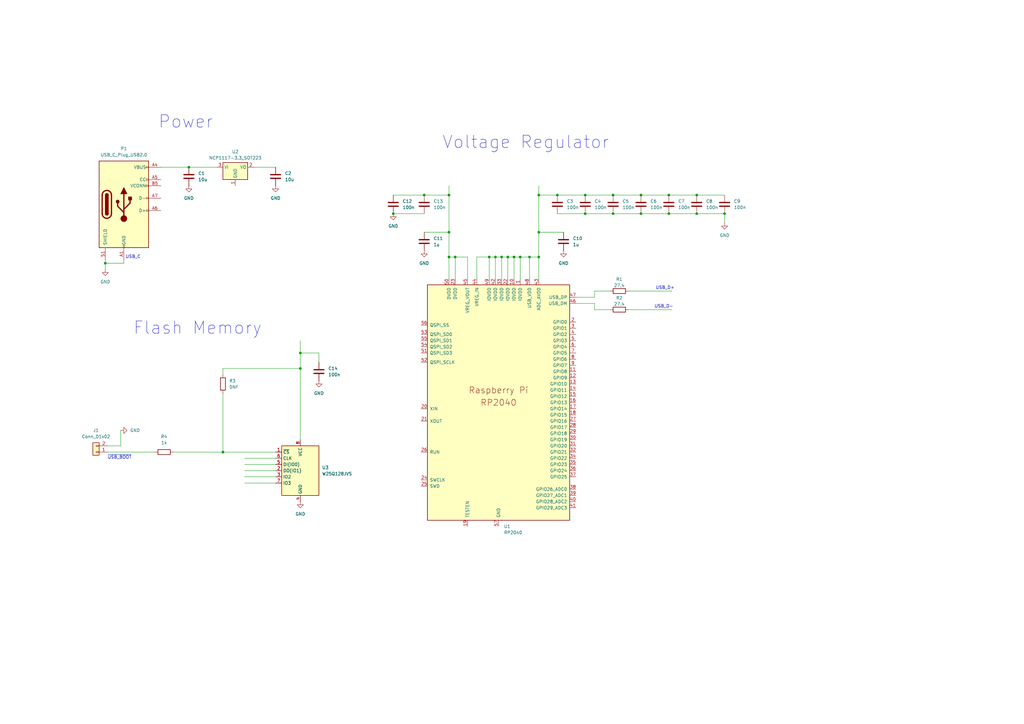
<source format=kicad_sch>
(kicad_sch (version 20231120) (generator "eeschema") (generator_version "8.0")
  (paper "A3")
  (lib_symbols
    (symbol "Connector:USB_C_Plug_USB2.0" (pin_names (offset 1.016))
      (property "Reference" "P" (at -10.16 19.05 0))
      (property "Value" "USB_C_Plug_USB2.0" (at 12.7 19.05 0))
      (symbol "USB_C_Plug_USB2.0_0_0"
        (rectangle (start -0.254 -17.78) (end 0.254 -16.764))
        (rectangle (start 10.16 -2.286) (end 9.144 -2.794))
        (rectangle (start 10.16 2.794) (end 9.144 2.286))
        (rectangle (start 10.16 7.874) (end 9.144 7.366))
        (rectangle (start 10.16 10.414) (end 9.144 9.906))
        (rectangle (start 10.16 15.494) (end 9.144 14.986))
      )
      (symbol "USB_C_Plug_USB2.0_0_1"
        (rectangle (start -10.16 17.78) (end 10.16 -17.78) (stroke (width 0.254)) (fill (type background)))
        (arc (start -8.89 -3.81) (mid -6.985 -5.7067) (end -5.08 -3.81) (stroke (width 0.508)))
        (arc (start -7.62 -3.81) (mid -6.985 -4.4423) (end -6.35 -3.81) (stroke (width 0.254)))
        (arc (start -7.62 -3.81) (mid -6.985 -4.4423) (end -6.35 -3.81) (stroke (width 0.254)) (fill (type outline)))
        (rectangle (start -7.62 -3.81) (end -6.35 3.81) (stroke (width 0.254)) (fill (type outline)))
        (arc (start -6.35 3.81) (mid -6.985 4.4423) (end -7.62 3.81) (stroke (width 0.254)))
        (arc (start -6.35 3.81) (mid -6.985 4.4423) (end -7.62 3.81) (stroke (width 0.254)) (fill (type outline)))
        (arc (start -5.08 3.81) (mid -6.985 5.7067) (end -8.89 3.81) (stroke (width 0.508)))
        (circle (center -2.54 1.143) (radius 0.635) (stroke (width 0.254)) (fill (type outline)))
        (circle (center 0 -5.842) (radius 1.27) (fill (type outline)))
        (polyline (pts (xy -8.89 -3.81) (xy -8.89 3.81)) (stroke (width 0.508)))
        (polyline (pts (xy -5.08 3.81) (xy -5.08 -3.81)) (stroke (width 0.508)))
        (polyline (pts (xy 0 -5.842) (xy 0 4.318)) (stroke (width 0.508)))
        (polyline (pts (xy 0 -3.302) (xy -2.54 -0.762) (xy -2.54 0.508)) (stroke (width 0.508)))
        (polyline (pts (xy 0 -2.032) (xy 2.54 0.508) (xy 2.54 1.778)) (stroke (width 0.508)))
        (polyline (pts (xy -1.27 4.318) (xy 0 6.858) (xy 1.27 4.318) (xy -1.27 4.318)) (stroke (width 0.254)) (fill (type outline)))
        (rectangle (start 1.905 1.778) (end 3.175 3.048) (stroke (width 0.254)) (fill (type outline)))
      )
      (symbol "USB_C_Plug_USB2.0_1_1"
        (pin passive line (at 0 -22.86 90) (length 5.08) (name "GND") (number "A1"))
        (pin passive line (at 0 -22.86 90) (length 5.08) hide (name "GND") (number "A12"))
        (pin passive line (at 15.24 15.24 180) (length 5.08) (name "VBUS") (number "A4"))
        (pin bidirectional line (at 15.24 10.16 180) (length 5.08) (name "CC") (number "A5"))
        (pin bidirectional line (at 15.24 -2.54 180) (length 5.08) (name "D+") (number "A6"))
        (pin bidirectional line (at 15.24 2.54 180) (length 5.08) (name "D-") (number "A7"))
        (pin passive line (at 15.24 15.24 180) (length 5.08) hide (name "VBUS") (number "A9"))
        (pin passive line (at 0 -22.86 90) (length 5.08) hide (name "GND") (number "B1"))
        (pin passive line (at 0 -22.86 90) (length 5.08) hide (name "GND") (number "B12"))
        (pin passive line (at 15.24 15.24 180) (length 5.08) hide (name "VBUS") (number "B4"))
        (pin bidirectional line (at 15.24 7.62 180) (length 5.08) (name "VCONN") (number "B5"))
        (pin passive line (at 15.24 15.24 180) (length 5.08) hide (name "VBUS") (number "B9"))
        (pin passive line (at -7.62 -22.86 90) (length 5.08) (name "SHIELD") (number "S1"))
      )
    )
    (symbol "Connector_Generic:Conn_01x02" (pin_names (offset 1.016) hide)
      (property "Reference" "J" (at 0 2.54 0))
      (property "Value" "Conn_01x02" (at 0 -5.08 0))
      (symbol "Conn_01x02_1_1"
        (rectangle (start -1.27 -2.413) (end 0 -2.667) (stroke (width 0.1524)))
        (rectangle (start -1.27 0.127) (end 0 -0.127) (stroke (width 0.1524)))
        (rectangle (start -1.27 1.27) (end 1.27 -3.81) (stroke (width 0.254)) (fill (type background)))
        (pin passive line (at -5.08 0 0) (length 3.81) (name "Pin_1") (number "1"))
        (pin passive line (at -5.08 -2.54 0) (length 3.81) (name "Pin_2") (number "2"))
      )
    )
    (symbol "Device:C" (pin_numbers hide) (pin_names (offset 0.254))
      (property "Reference" "C" (at 0.635 2.54 0))
      (property "Value" "C" (at 0.635 -2.54 0))
      (symbol "C_0_1"
        (polyline (pts (xy -2.032 -0.762) (xy 2.032 -0.762)) (stroke (width 0.508)))
        (polyline (pts (xy -2.032 0.762) (xy 2.032 0.762)) (stroke (width 0.508)))
      )
      (symbol "C_1_1"
        (pin passive line (at 0 3.81 270) (length 2.794) (name "~") (number "1"))
        (pin passive line (at 0 -3.81 90) (length 2.794) (name "~") (number "2"))
      )
    )
    (symbol "Device:Crystal_GND24" (pin_names (offset 1.016) hide)
      (property "Reference" "Y" (at 3.175 5.08 0))
      (property "Value" "Crystal_GND24" (at 3.175 3.175 0))
      (symbol "Crystal_GND24_0_1"
        (rectangle (start -1.143 2.54) (end 1.143 -2.54) (stroke (width 0.3048)))
        (polyline (pts (xy -2.54 0) (xy -2.032 0)))
        (polyline (pts (xy -2.032 -1.27) (xy -2.032 1.27)) (stroke (width 0.508)))
        (polyline (pts (xy 0 -3.81) (xy 0 -3.556)))
        (polyline (pts (xy 0 3.556) (xy 0 3.81)))
        (polyline (pts (xy 2.032 -1.27) (xy 2.032 1.27)) (stroke (width 0.508)))
        (polyline (pts (xy 2.032 0) (xy 2.54 0)))
        (polyline (pts (xy -2.54 -2.286) (xy -2.54 -3.556) (xy 2.54 -3.556) (xy 2.54 -2.286)))
        (polyline (pts (xy -2.54 2.286) (xy -2.54 3.556) (xy 2.54 3.556) (xy 2.54 2.286)))
      )
      (symbol "Crystal_GND24_1_1"
        (pin passive line (at -3.81 0 0) (length 1.27) (name "1") (number "1"))
        (pin passive line (at 0 5.08 270) (length 1.27) (name "2") (number "2"))
        (pin passive line (at 3.81 0 180) (length 1.27) (name "3") (number "3"))
        (pin passive line (at 0 -5.08 90) (length 1.27) (name "4") (number "4"))
      )
    )
    (symbol "Device:R" (pin_numbers hide) (pin_names (offset 0))
      (property "Reference" "R" (at 2.032 0 90))
      (property "Value" "R" (at 0 0 90))
      (symbol "R_0_1"
        (rectangle (start -1.016 -2.54) (end 1.016 2.54) (stroke (width 0.254)))
      )
      (symbol "R_1_1"
        (pin passive line (at 0 3.81 270) (length 1.27) (name "~") (number "1"))
        (pin passive line (at 0 -3.81 90) (length 1.27) (name "~") (number "2"))
      )
    )
    (symbol "MCU_RaspberryPi_RP2040:RP2040" (pin_names (offset 1.016))
      (property "Reference" "U" (at -29.21 49.53 0))
      (property "Value" "RP2040" (at 24.13 -49.53 0))
      (symbol "RP2040_0_0"
        (text "Raspberry Pi" (at 0 5.08 0) (effects (font (size 2.54 2.54))))
        (text "RP2040" (at 0 0 0) (effects (font (size 2.54 2.54))))
      )
      (symbol "RP2040_0_1"
        (rectangle (start 29.21 48.26) (end -29.21 -48.26) (stroke (width 0.254)) (fill (type background)))
      )
      (symbol "RP2040_1_1"
        (pin power_in line (at 8.89 50.8 270) (length 2.54) (name "IOVDD") (number "1"))
        (pin power_in line (at 6.35 50.8 270) (length 2.54) (name "IOVDD") (number "10"))
        (pin bidirectional line (at 31.75 12.7 180) (length 2.54) (name "GPIO8") (number "11"))
        (pin bidirectional line (at 31.75 10.16 180) (length 2.54) (name "GPIO9") (number "12"))
        (pin bidirectional line (at 31.75 7.62 180) (length 2.54) (name "GPIO10") (number "13"))
        (pin bidirectional line (at 31.75 5.08 180) (length 2.54) (name "GPIO11") (number "14"))
        (pin bidirectional line (at 31.75 2.54 180) (length 2.54) (name "GPIO12") (number "15"))
        (pin bidirectional line (at 31.75 0 180) (length 2.54) (name "GPIO13") (number "16"))
        (pin bidirectional line (at 31.75 -2.54 180) (length 2.54) (name "GPIO14") (number "17"))
        (pin bidirectional line (at 31.75 -5.08 180) (length 2.54) (name "GPIO15") (number "18"))
        (pin passive line (at -12.7 -50.8 90) (length 2.54) (name "TESTEN") (number "19"))
        (pin bidirectional line (at 31.75 33.02 180) (length 2.54) (name "GPIO0") (number "2"))
        (pin input line (at -31.75 -2.54 0) (length 2.54) (name "XIN") (number "20"))
        (pin passive line (at -31.75 -7.62 0) (length 2.54) (name "XOUT") (number "21"))
        (pin power_in line (at 3.81 50.8 270) (length 2.54) (name "IOVDD") (number "22"))
        (pin power_in line (at -17.78 50.8 270) (length 2.54) (name "DVDD") (number "23"))
        (pin output line (at -31.75 -31.75 0) (length 2.54) (name "SWCLK") (number "24"))
        (pin bidirectional line (at -31.75 -34.29 0) (length 2.54) (name "SWD") (number "25"))
        (pin input line (at -31.75 -20.32 0) (length 2.54) (name "RUN") (number "26"))
        (pin bidirectional line (at 31.75 -7.62 180) (length 2.54) (name "GPIO16") (number "27"))
        (pin bidirectional line (at 31.75 -10.16 180) (length 2.54) (name "GPIO17") (number "28"))
        (pin bidirectional line (at 31.75 -12.7 180) (length 2.54) (name "GPIO18") (number "29"))
        (pin bidirectional line (at 31.75 30.48 180) (length 2.54) (name "GPIO1") (number "3"))
        (pin bidirectional line (at 31.75 -15.24 180) (length 2.54) (name "GPIO19") (number "30"))
        (pin bidirectional line (at 31.75 -17.78 180) (length 2.54) (name "GPIO20") (number "31"))
        (pin bidirectional line (at 31.75 -20.32 180) (length 2.54) (name "GPIO21") (number "32"))
        (pin power_in line (at 1.27 50.8 270) (length 2.54) (name "IOVDD") (number "33"))
        (pin bidirectional line (at 31.75 -22.86 180) (length 2.54) (name "GPIO22") (number "34"))
        (pin bidirectional line (at 31.75 -25.4 180) (length 2.54) (name "GPIO23") (number "35"))
        (pin bidirectional line (at 31.75 -27.94 180) (length 2.54) (name "GPIO24") (number "36"))
        (pin bidirectional line (at 31.75 -30.48 180) (length 2.54) (name "GPIO25") (number "37"))
        (pin bidirectional line (at 31.75 -35.56 180) (length 2.54) (name "GPIO26_ADC0") (number "38"))
        (pin bidirectional line (at 31.75 -38.1 180) (length 2.54) (name "GPIO27_ADC1") (number "39"))
        (pin bidirectional line (at 31.75 27.94 180) (length 2.54) (name "GPIO2") (number "4"))
        (pin bidirectional line (at 31.75 -40.64 180) (length 2.54) (name "GPIO28_ADC2") (number "40"))
        (pin bidirectional line (at 31.75 -43.18 180) (length 2.54) (name "GPIO29_ADC3") (number "41"))
        (pin power_in line (at -1.27 50.8 270) (length 2.54) (name "IOVDD") (number "42"))
        (pin power_in line (at 16.51 50.8 270) (length 2.54) (name "ADC_AVDD") (number "43"))
        (pin power_in line (at -8.89 50.8 270) (length 2.54) (name "VREG_IN") (number "44"))
        (pin power_out line (at -12.7 50.8 270) (length 2.54) (name "VREG_VOUT") (number "45"))
        (pin bidirectional line (at 31.75 40.64 180) (length 2.54) (name "USB_DM") (number "46"))
        (pin bidirectional line (at 31.75 43.18 180) (length 2.54) (name "USB_DP") (number "47"))
        (pin power_in line (at 12.7 50.8 270) (length 2.54) (name "USB_VDD") (number "48"))
        (pin power_in line (at -3.81 50.8 270) (length 2.54) (name "IOVDD") (number "49"))
        (pin bidirectional line (at 31.75 25.4 180) (length 2.54) (name "GPIO3") (number "5"))
        (pin power_in line (at -20.32 50.8 270) (length 2.54) (name "DVDD") (number "50"))
        (pin bidirectional line (at -31.75 20.32 0) (length 2.54) (name "QSPI_SD3") (number "51"))
        (pin output line (at -31.75 16.51 0) (length 2.54) (name "QSPI_SCLK") (number "52"))
        (pin bidirectional line (at -31.75 27.94 0) (length 2.54) (name "QSPI_SD0") (number "53"))
        (pin bidirectional line (at -31.75 22.86 0) (length 2.54) (name "QSPI_SD2") (number "54"))
        (pin bidirectional line (at -31.75 25.4 0) (length 2.54) (name "QSPI_SD1") (number "55"))
        (pin bidirectional line (at -31.75 31.75 0) (length 2.54) (name "QSPI_SS") (number "56"))
        (pin power_in line (at 0 -50.8 90) (length 2.54) (name "GND") (number "57"))
        (pin bidirectional line (at 31.75 22.86 180) (length 2.54) (name "GPIO4") (number "6"))
        (pin bidirectional line (at 31.75 20.32 180) (length 2.54) (name "GPIO5") (number "7"))
        (pin bidirectional line (at 31.75 17.78 180) (length 2.54) (name "GPIO6") (number "8"))
        (pin bidirectional line (at 31.75 15.24 180) (length 2.54) (name "GPIO7") (number "9"))
      )
    )
    (symbol "Memory_Flash:W25Q128JVS"
      (property "Reference" "U" (at -8.89 8.89 0))
      (property "Value" "W25Q128JVS" (at 7.62 8.89 0))
      (symbol "W25Q128JVS_0_1"
        (rectangle (start -7.62 10.16) (end 7.62 -10.16) (stroke (width 0.254)) (fill (type background)))
      )
      (symbol "W25Q128JVS_1_1"
        (pin input line (at -10.16 7.62 0) (length 2.54) (name "~{CS}") (number "1"))
        (pin bidirectional line (at -10.16 0 0) (length 2.54) (name "DO(IO1)") (number "2"))
        (pin bidirectional line (at -10.16 -2.54 0) (length 2.54) (name "IO2") (number "3"))
        (pin power_in line (at 0 -12.7 90) (length 2.54) (name "GND") (number "4"))
        (pin bidirectional line (at -10.16 2.54 0) (length 2.54) (name "DI(IO0)") (number "5"))
        (pin input line (at -10.16 5.08 0) (length 2.54) (name "CLK") (number "6"))
        (pin bidirectional line (at -10.16 -5.08 0) (length 2.54) (name "IO3") (number "7"))
        (pin power_in line (at 0 12.7 270) (length 2.54) (name "VCC") (number "8"))
      )
    )
    (symbol "Regulator_Linear:NCP1117-3.3_SOT223"
      (property "Reference" "U" (at -3.81 3.175 0))
      (property "Value" "NCP1117-3.3_SOT223" (at 0 3.175 0))
      (symbol "NCP1117-3.3_SOT223_0_1"
        (rectangle (start -5.08 -5.08) (end 5.08 1.905) (stroke (width 0.254)) (fill (type background)))
      )
      (symbol "NCP1117-3.3_SOT223_1_1"
        (pin power_in line (at 0 -7.62 90) (length 2.54) (name "GND") (number "1"))
        (pin power_out line (at 7.62 0 180) (length 2.54) (name "VO") (number "2"))
        (pin power_in line (at -7.62 0 0) (length 2.54) (name "VI") (number "3"))
      )
    )
    (symbol "power:GND" (power) (pin_numbers hide) (pin_names (offset 0) hide)
      (property "Value" "GND" (at 0 -3.81 0))
      (symbol "GND_0_1"
        (polyline (pts (xy 0 0) (xy 0 -1.27) (xy 1.27 -1.27) (xy 0 -2.54) (xy -1.27 -1.27) (xy 0 -1.27)))
      )
      (symbol "GND_1_1"
        (pin power_in line (at 0 0 270) (length 0) (name "~") (number "1"))
      )
    )
  )
  (junction (at 213.36 105.41))
  (junction (at 186.69 105.41))
  (junction (at 262.89 87.63))
  (junction (at 240.03 87.63))
  (junction (at 217.17 105.41))
  (junction (at 274.32 80.01))
  (junction (at 173.99 80.01))
  (junction (at 220.98 80.01))
  (junction (at 285.75 80.01))
  (junction (at 453.39 139.7))
  (junction (at 453.39 124.46))
  (junction (at 251.46 87.63))
  (junction (at 184.15 105.41))
  (junction (at 210.82 105.41))
  (junction (at 228.6 80.01))
  (junction (at 297.18 87.63))
  (junction (at 220.98 105.41))
  (junction (at 262.89 80.01))
  (junction (at 205.74 105.41))
  (junction (at 184.15 95.25))
  (junction (at 77.47 68.58))
  (junction (at 220.98 95.25))
  (junction (at 251.46 80.01))
  (junction (at 429.26 139.7))
  (junction (at 285.75 87.63))
  (junction (at 123.19 151.13))
  (junction (at 200.66 105.41))
  (junction (at 91.44 185.42))
  (junction (at 240.03 80.01))
  (junction (at 184.15 80.01))
  (junction (at 43.18 107.95))
  (junction (at 274.32 87.63))
  (junction (at 161.29 87.63))
  (junction (at 123.19 144.78))
  (junction (at 203.2 105.41))
  (junction (at 208.28 105.41))
  (wire (pts (xy 461.01 130.81) (xy 461.01 132.08)))
  (wire (pts (xy 262.89 80.01) (xy 274.32 80.01)))
  (wire (pts (xy 236.22 121.92) (xy 243.84 121.92)))
  (wire (pts (xy 123.19 151.13) (xy 123.19 144.78)))
  (wire (pts (xy 184.15 80.01) (xy 184.15 95.25)))
  (wire (pts (xy 50.8 106.68) (xy 50.8 107.95)))
  (wire (pts (xy 228.6 87.63) (xy 240.03 87.63)))
  (wire (pts (xy 123.19 151.13) (xy 123.19 180.34)))
  (wire (pts (xy 104.14 68.58) (xy 113.03 68.58)))
  (wire (pts (xy 217.17 105.41) (xy 220.98 105.41)))
  (wire (pts (xy 453.39 139.7) (xy 467.36 139.7)))
  (wire (pts (xy 220.98 95.25) (xy 231.14 95.25)))
  (wire (pts (xy 285.75 87.63) (xy 297.18 87.63)))
  (wire (pts (xy 91.44 151.13) (xy 123.19 151.13)))
  (wire (pts (xy 453.39 127) (xy 453.39 124.46)))
  (wire (pts (xy 236.22 124.46) (xy 243.84 124.46)))
  (wire (pts (xy 49.53 182.88) (xy 49.53 176.53)))
  (wire (pts (xy 453.39 124.46) (xy 480.06 124.46)))
  (wire (pts (xy 203.2 105.41) (xy 205.74 105.41)))
  (wire (pts (xy 200.66 105.41) (xy 203.2 105.41)))
  (wire (pts (xy 100.33 190.5) (xy 113.03 190.5)))
  (wire (pts (xy 200.66 105.41) (xy 200.66 114.3)))
  (wire (pts (xy 205.74 105.41) (xy 208.28 105.41)))
  (wire (pts (xy 220.98 95.25) (xy 220.98 105.41)))
  (wire (pts (xy 44.45 185.42) (xy 63.5 185.42)))
  (wire (pts (xy 448.31 130.81) (xy 445.77 130.81)))
  (wire (pts (xy 161.29 87.63) (xy 173.99 87.63)))
  (wire (pts (xy 100.33 187.96) (xy 113.03 187.96)))
  (wire (pts (xy 220.98 80.01) (xy 220.98 95.25)))
  (wire (pts (xy 210.82 105.41) (xy 210.82 114.3)))
  (wire (pts (xy 195.58 105.41) (xy 200.66 105.41)))
  (wire (pts (xy 191.77 114.3) (xy 191.77 105.41)))
  (wire (pts (xy 91.44 161.29) (xy 91.44 185.42)))
  (wire (pts (xy 208.28 105.41) (xy 208.28 114.3)))
  (wire (pts (xy 100.33 193.04) (xy 113.03 193.04)))
  (wire (pts (xy 208.28 105.41) (xy 210.82 105.41)))
  (wire (pts (xy 431.8 124.46) (xy 429.26 124.46)))
  (wire (pts (xy 66.04 68.58) (xy 77.47 68.58)))
  (wire (pts (xy 251.46 80.01) (xy 262.89 80.01)))
  (wire (pts (xy 220.98 105.41) (xy 220.98 114.3)))
  (wire (pts (xy 173.99 95.25) (xy 184.15 95.25)))
  (wire (pts (xy 285.75 80.01) (xy 297.18 80.01)))
  (wire (pts (xy 429.26 124.46) (xy 429.26 139.7)))
  (wire (pts (xy 274.32 87.63) (xy 285.75 87.63)))
  (wire (pts (xy 184.15 95.25) (xy 184.15 105.41)))
  (wire (pts (xy 243.84 121.92) (xy 243.84 119.38)))
  (wire (pts (xy 243.84 124.46) (xy 243.84 127)))
  (wire (pts (xy 458.47 130.81) (xy 461.01 130.81)))
  (wire (pts (xy 100.33 195.58) (xy 113.03 195.58)))
  (wire (pts (xy 123.19 144.78) (xy 130.81 144.78)))
  (wire (pts (xy 474.98 139.7) (xy 480.06 139.7)))
  (wire (pts (xy 205.74 105.41) (xy 205.74 114.3)))
  (wire (pts (xy 91.44 153.67) (xy 91.44 151.13)))
  (wire (pts (xy 43.18 106.68) (xy 43.18 107.95)))
  (wire (pts (xy 195.58 114.3) (xy 195.58 105.41)))
  (wire (pts (xy 429.26 139.7) (xy 431.8 139.7)))
  (wire (pts (xy 100.33 198.12) (xy 113.03 198.12)))
  (wire (pts (xy 210.82 105.41) (xy 213.36 105.41)))
  (wire (pts (xy 439.42 124.46) (xy 453.39 124.46)))
  (wire (pts (xy 243.84 127) (xy 250.19 127)))
  (wire (pts (xy 186.69 105.41) (xy 186.69 114.3)))
  (wire (pts (xy 429.26 139.7) (xy 429.26 143.51)))
  (wire (pts (xy 445.77 130.81) (xy 445.77 132.08)))
  (wire (pts (xy 161.29 80.01) (xy 173.99 80.01)))
  (wire (pts (xy 184.15 76.2) (xy 184.15 80.01)))
  (wire (pts (xy 297.18 87.63) (xy 297.18 91.44)))
  (wire (pts (xy 130.81 144.78) (xy 130.81 148.59)))
  (wire (pts (xy 453.39 134.62) (xy 453.39 139.7)))
  (wire (pts (xy 257.81 119.38) (xy 275.59 119.38)))
  (wire (pts (xy 251.46 87.63) (xy 262.89 87.63)))
  (wire (pts (xy 191.77 105.41) (xy 186.69 105.41)))
  (wire (pts (xy 243.84 119.38) (xy 250.19 119.38)))
  (wire (pts (xy 184.15 105.41) (xy 184.15 114.3)))
  (wire (pts (xy 173.99 80.01) (xy 184.15 80.01)))
  (wire (pts (xy 71.12 185.42) (xy 91.44 185.42)))
  (wire (pts (xy 439.42 139.7) (xy 453.39 139.7)))
  (wire (pts (xy 123.19 139.7) (xy 123.19 144.78)))
  (wire (pts (xy 262.89 87.63) (xy 274.32 87.63)))
  (wire (pts (xy 274.32 80.01) (xy 285.75 80.01)))
  (wire (pts (xy 44.45 182.88) (xy 49.53 182.88)))
  (wire (pts (xy 43.18 107.95) (xy 50.8 107.95)))
  (wire (pts (xy 240.03 80.01) (xy 251.46 80.01)))
  (wire (pts (xy 213.36 105.41) (xy 213.36 114.3)))
  (wire (pts (xy 184.15 105.41) (xy 186.69 105.41)))
  (wire (pts (xy 220.98 80.01) (xy 228.6 80.01)))
  (wire (pts (xy 43.18 107.95) (xy 43.18 110.49)))
  (wire (pts (xy 228.6 80.01) (xy 240.03 80.01)))
  (wire (pts (xy 257.81 127) (xy 275.59 127)))
  (wire (pts (xy 77.47 68.58) (xy 88.9 68.58)))
  (wire (pts (xy 213.36 105.41) (xy 217.17 105.41)))
  (wire (pts (xy 240.03 87.63) (xy 251.46 87.63)))
  (wire (pts (xy 91.44 185.42) (xy 113.03 185.42)))
  (wire (pts (xy 220.98 76.2) (xy 220.98 80.01)))
  (wire (pts (xy 217.17 105.41) (xy 217.17 114.3)))
  (wire (pts (xy 203.2 105.41) (xy 203.2 114.3)))
  (text "Voltage Regulator\n" (at 215.646 58.42 0) (effects (font (size 5.08 5.08))))
  (text "XOUT\n" (at 478.282 138.43 0) (effects (font (size 1.27 1.27))))
  (text "Flash Memory" (at 81.026 134.62 0) (effects (font (size 5.08 5.08))))
  (text "~{USB_BOOT}" (at 49.022 187.706 0) (effects (font (size 1.27 1.27))))
  (text "USB_D-" (at 272.288 125.73 0) (effects (font (size 1.27 1.27))))
  (text "USB_D+\n" (at 272.796 118.11 0) (effects (font (size 1.27 1.27))))
  (text "USB_C\n" (at 54.61 105.41 0) (effects (font (size 1.27 1.27))))
  (text "Crystal" (at 453.136 109.982 0) (effects (font (size 5.08 5.08))))
  (text "Power" (at 76.2 50.038 0) (effects (font (size 5.08 5.08))))
  (text "XIN" (at 479.044 123.19 0) (effects (font (size 1.27 1.27))))
  (symbol (lib_id "Device:C") (at 274.32 83.82 0) (unit 1)
    (property "Reference" "C7" (at 278.13 82.5499 0) (effects (justify left)))
    (property "Value" "100n" (at 278.13 85.0899 0) (effects (justify left)))
    (property "Description" "Unpolarized capacitor" (effects (hide yes)))
  )
  (symbol (lib_id "Device:C") (at 435.61 124.46 90) (unit 1)
    (property "Reference" "C15" (at 435.61 116.84 90))
    (property "Value" "15p" (at 435.61 119.38 90))
    (property "Description" "Unpolarized capacitor" (effects (hide yes)))
  )
  (symbol (lib_id "Device:C") (at 228.6 83.82 0) (unit 1)
    (property "Reference" "C3" (at 232.41 82.5499 0) (effects (justify left)))
    (property "Value" "100n" (at 232.41 85.0899 0) (effects (justify left)))
    (property "Description" "Unpolarized capacitor" (effects (hide yes)))
  )
  (symbol (lib_id "Device:C") (at 173.99 83.82 0) (unit 1)
    (property "Reference" "C13" (at 177.8 82.5499 0) (effects (justify left)))
    (property "Value" "100n" (at 177.8 85.0899 0) (effects (justify left)))
    (property "Description" "Unpolarized capacitor" (effects (hide yes)))
  )
  (symbol (lib_id "Device:C") (at 251.46 83.82 0) (unit 1)
    (property "Reference" "C5" (at 255.27 82.5499 0) (effects (justify left)))
    (property "Value" "100n" (at 255.27 85.0899 0) (effects (justify left)))
    (property "Description" "Unpolarized capacitor" (effects (hide yes)))
  )
  (symbol (lib_id "Device:C") (at 130.81 152.4 0) (unit 1)
    (property "Reference" "C14" (at 134.62 151.1299 0) (effects (justify left)))
    (property "Value" "100n" (at 134.62 153.6699 0) (effects (justify left)))
    (property "Description" "Unpolarized capacitor" (effects (hide yes)))
  )
  (symbol (lib_id "power:GND") (at 231.14 102.87 0) (unit 1)
    (property "Reference" "#PWR05" (effects (hide yes)))
    (property "Value" "GND" (at 231.14 107.95 0))
    (property "Description" "Power symbol creates a global label with name \"GND\" , ground" (effects (hide yes)))
  )
  (symbol (lib_id "power:GND") (at 461.01 132.08 0) (unit 1)
    (property "Reference" "#PWR012" (effects (hide yes)))
    (property "Value" "GND" (at 461.01 137.16 0))
    (property "Description" "Power symbol creates a global label with name \"GND\" , ground" (effects (hide yes)))
  )
  (symbol (lib_id "power:GND") (at 445.77 132.08 0) (unit 1)
    (property "Reference" "#PWR011" (effects (hide yes)))
    (property "Value" "GND" (at 445.77 137.16 0))
    (property "Description" "Power symbol creates a global label with name \"GND\" , ground" (effects (hide yes)))
  )
  (symbol (lib_id "Device:C") (at 240.03 83.82 0) (unit 1)
    (property "Reference" "C4" (at 243.84 82.5499 0) (effects (justify left)))
    (property "Value" "100n" (at 243.84 85.0899 0) (effects (justify left)))
    (property "Description" "Unpolarized capacitor" (effects (hide yes)))
  )
  (symbol (lib_id "Device:Crystal_GND24") (at 453.39 130.81 90) (unit 1)
    (property "Reference" "Y1" (at 453.136 120.142 90))
    (property "Value" "ABM8-272-T3" (at 453.136 122.682 90))
    (property "Description" "Four pin crystal, GND on pins 2 and 4" (effects (hide yes)))
  )
  (symbol (lib_id "Device:C") (at 113.03 72.39 0) (unit 1)
    (property "Reference" "C2" (at 116.84 71.1199 0) (effects (justify left)))
    (property "Value" "10u" (at 116.84 73.6599 0) (effects (justify left)))
    (property "Description" "Unpolarized capacitor" (effects (hide yes)))
  )
  (symbol (lib_id "power:GND") (at 130.81 156.21 0) (unit 1)
    (property "Reference" "#PWR09" (effects (hide yes)))
    (property "Value" "GND" (at 130.81 161.29 0))
    (property "Description" "Power symbol creates a global label with name \"GND\" , ground" (effects (hide yes)))
  )
  (symbol (lib_id "Device:R") (at 91.44 157.48 0) (unit 1)
    (property "Reference" "R3" (at 93.98 156.2099 0) (effects (justify left)))
    (property "Value" "DNF" (at 93.98 158.7499 0) (effects (justify left)))
    (property "Description" "Resistor" (effects (hide yes)))
  )
  (symbol (lib_id "Memory_Flash:W25Q128JVS") (at 123.19 193.04 0) (unit 1)
    (property "Reference" "U3" (at 132.08 191.7699 0) (effects (justify left)))
    (property "Value" "W25Q128JVS" (at 132.08 194.3099 0) (effects (justify left)))
    (property "Footprint" "Package_SO:SOIC-8_5.23x5.23mm_P1.27mm" (effects (hide yes)))
    (property "Datasheet" "http://www.winbond.com/resource-files/w25q128jv_dtr%20revc%2003272018%20plus.pdf" (effects (hide yes)))
    (property "Description" "128Mb Serial Flash Memory, Standard/Dual/Quad SPI, SOIC-8" (effects (hide yes)))
  )
  (symbol (lib_id "power:GND") (at 173.99 102.87 0) (unit 1)
    (property "Reference" "#PWR06" (effects (hide yes)))
    (property "Value" "GND" (at 173.99 107.95 0))
    (property "Description" "Power symbol creates a global label with name \"GND\" , ground" (effects (hide yes)))
  )
  (symbol (lib_id "Regulator_Linear:NCP1117-3.3_SOT223") (at 96.52 68.58 0) (unit 1)
    (property "Reference" "U2" (at 96.52 62.23 0))
    (property "Value" "NCP1117-3.3_SOT223" (at 96.52 64.77 0))
    (property "Footprint" "Package_TO_SOT_SMD:SOT-223-3_TabPin2" (effects (hide yes)))
    (property "Datasheet" "http://www.onsemi.com/pub_link/Collateral/NCP1117-D.PDF" (effects (hide yes)))
    (property "Description" "1A Low drop-out regulator, Fixed Output 3.3V, SOT-223" (effects (hide yes)))
  )
  (symbol (lib_id "Device:C") (at 161.29 83.82 0) (unit 1)
    (property "Reference" "C12" (at 165.1 82.5499 0) (effects (justify left)))
    (property "Value" "100n" (at 165.1 85.0899 0) (effects (justify left)))
    (property "Description" "Unpolarized capacitor" (effects (hide yes)))
  )
  (symbol (lib_id "Connector:USB_C_Plug_USB2.0") (at 50.8 83.82 0) (unit 1)
    (property "Reference" "P1" (at 50.8 60.96 0))
    (property "Value" "USB_C_Plug_USB2.0" (at 50.8 63.5 0))
    (property "Datasheet" "https://www.usb.org/sites/default/files/documents/usb_type-c.zip" (effects (hide yes)))
    (property "Description" "USB 2.0-only Type-C Plug connector" (effects (hide yes)))
  )
  (symbol (lib_id "Device:C") (at 173.99 99.06 0) (unit 1)
    (property "Reference" "C11" (at 177.8 97.7899 0) (effects (justify left)))
    (property "Value" "1u" (at 177.8 100.3299 0) (effects (justify left)))
    (property "Description" "Unpolarized capacitor" (effects (hide yes)))
  )
  (symbol (lib_id "Device:R") (at 67.31 185.42 90) (unit 1)
    (property "Reference" "R4" (at 67.31 179.07 90))
    (property "Value" "1k" (at 67.31 181.61 90))
    (property "Description" "Resistor" (effects (hide yes)))
  )
  (symbol (lib_id "power:GND") (at 113.03 76.2 0) (unit 1)
    (property "Reference" "#PWR03" (effects (hide yes)))
    (property "Value" "GND" (at 113.03 81.28 0))
    (property "Description" "Power symbol creates a global label with name \"GND\" , ground" (effects (hide yes)))
  )
  (symbol (lib_id "Device:C") (at 77.47 72.39 0) (unit 1)
    (property "Reference" "C1" (at 81.28 71.1199 0) (effects (justify left)))
    (property "Value" "10u" (at 81.28 73.6599 0) (effects (justify left)))
    (property "Description" "Unpolarized capacitor" (effects (hide yes)))
  )
  (symbol (lib_id "Device:C") (at 285.75 83.82 0) (unit 1)
    (property "Reference" "C8" (at 289.56 82.5499 0) (effects (justify left)))
    (property "Value" "100n" (at 289.56 85.0899 0) (effects (justify left)))
    (property "Description" "Unpolarized capacitor" (effects (hide yes)))
  )
  (symbol (lib_id "power:GND") (at 429.26 143.51 0) (unit 1)
    (property "Reference" "#PWR013" (effects (hide yes)))
    (property "Value" "GND" (at 429.26 148.59 0))
    (property "Description" "Power symbol creates a global label with name \"GND\" , ground" (effects (hide yes)))
  )
  (symbol (lib_id "Connector_Generic:Conn_01x02") (at 39.37 185.42 180) (unit 1)
    (property "Reference" "J1" (at 39.37 176.53 0))
    (property "Value" "Conn_01x02" (at 39.37 179.07 0))
    (property "Description" "Generic connector, single row, 01x02, script generated (kicad-library-utils/schlib/autogen/connector/)" (effects (hide yes)))
  )
  (symbol (lib_id "power:GND") (at 161.29 87.63 0) (unit 1)
    (property "Reference" "#PWR07" (effects (hide yes)))
    (property "Value" "GND" (at 161.29 92.71 0))
    (property "Description" "Power symbol creates a global label with name \"GND\" , ground" (effects (hide yes)))
  )
  (symbol (lib_id "Device:R") (at 471.17 139.7 90) (unit 1)
    (property "Reference" "R5" (at 471.17 133.35 90))
    (property "Value" "1k" (at 471.17 135.89 90))
    (property "Description" "Resistor" (effects (hide yes)))
  )
  (symbol (lib_id "power:GND") (at 297.18 91.44 0) (unit 1)
    (property "Reference" "#PWR04" (effects (hide yes)))
    (property "Value" "GND" (at 297.18 96.52 0))
    (property "Description" "Power symbol creates a global label with name \"GND\" , ground" (effects (hide yes)))
  )
  (symbol (lib_id "power:GND") (at 43.18 110.49 0) (unit 1)
    (property "Reference" "#PWR01" (effects (hide yes)))
    (property "Value" "GND" (at 43.18 115.57 0))
    (property "Description" "Power symbol creates a global label with name \"GND\" , ground" (effects (hide yes)))
  )
  (symbol (lib_id "Device:R") (at 254 119.38 90) (unit 1)
    (property "Reference" "R1" (at 254 114.554 90))
    (property "Value" "27.4" (at 254 117.094 90))
    (property "Description" "Resistor" (effects (hide yes)))
  )
  (symbol (lib_id "Device:C") (at 262.89 83.82 0) (unit 1)
    (property "Reference" "C6" (at 266.7 82.5499 0) (effects (justify left)))
    (property "Value" "100n" (at 266.7 85.0899 0) (effects (justify left)))
    (property "Description" "Unpolarized capacitor" (effects (hide yes)))
  )
  (symbol (lib_id "power:GND") (at 123.19 205.74 0) (unit 1)
    (property "Reference" "#PWR08" (effects (hide yes)))
    (property "Value" "GND" (at 123.19 210.82 0))
    (property "Description" "Power symbol creates a global label with name \"GND\" , ground" (effects (hide yes)))
  )
  (symbol (lib_id "Device:R") (at 254 127 90) (unit 1)
    (property "Reference" "R2" (at 254 122.174 90))
    (property "Value" "27.4" (at 254 124.714 90))
    (property "Description" "Resistor" (effects (hide yes)))
  )
  (symbol (lib_id "power:GND") (at 49.53 176.53 90) (unit 1)
    (property "Reference" "#PWR010" (effects (hide yes)))
    (property "Value" "GND" (at 53.34 176.5299 90) (effects (justify right)))
    (property "Description" "Power symbol creates a global label with name \"GND\" , ground" (effects (hide yes)))
  )
  (symbol (lib_id "power:GND") (at 77.47 76.2 0) (unit 1)
    (property "Reference" "#PWR02" (effects (hide yes)))
    (property "Value" "GND" (at 77.47 81.28 0))
    (property "Description" "Power symbol creates a global label with name \"GND\" , ground" (effects (hide yes)))
  )
  (symbol (lib_id "MCU_RaspberryPi_RP2040:RP2040") (at 204.47 165.1 0) (unit 1)
    (property "Reference" "U1" (at 206.6641 215.9 0) (effects (justify left)))
    (property "Value" "RP2040" (at 206.6641 218.44 0) (effects (justify left)))
    (property "Footprint" "RP2040_minimal:RP2040-QFN-56" (effects (hide yes)))
  )
  (symbol (lib_id "Device:C") (at 231.14 99.06 0) (unit 1)
    (property "Reference" "C10" (at 234.95 97.7899 0) (effects (justify left)))
    (property "Value" "1u" (at 234.95 100.3299 0) (effects (justify left)))
    (property "Description" "Unpolarized capacitor" (effects (hide yes)))
  )
  (symbol (lib_id "Device:C") (at 435.61 139.7 90) (unit 1)
    (property "Reference" "C16" (at 435.61 132.08 90))
    (property "Value" "15p" (at 435.61 134.62 90))
    (property "Description" "Unpolarized capacitor" (effects (hide yes)))
  )
  (symbol (lib_id "Device:C") (at 297.18 83.82 0) (unit 1)
    (property "Reference" "C9" (at 300.99 82.5499 0) (effects (justify left)))
    (property "Value" "100n" (at 300.99 85.0899 0) (effects (justify left)))
    (property "Description" "Unpolarized capacitor" (effects (hide yes)))
  )
)
</source>
